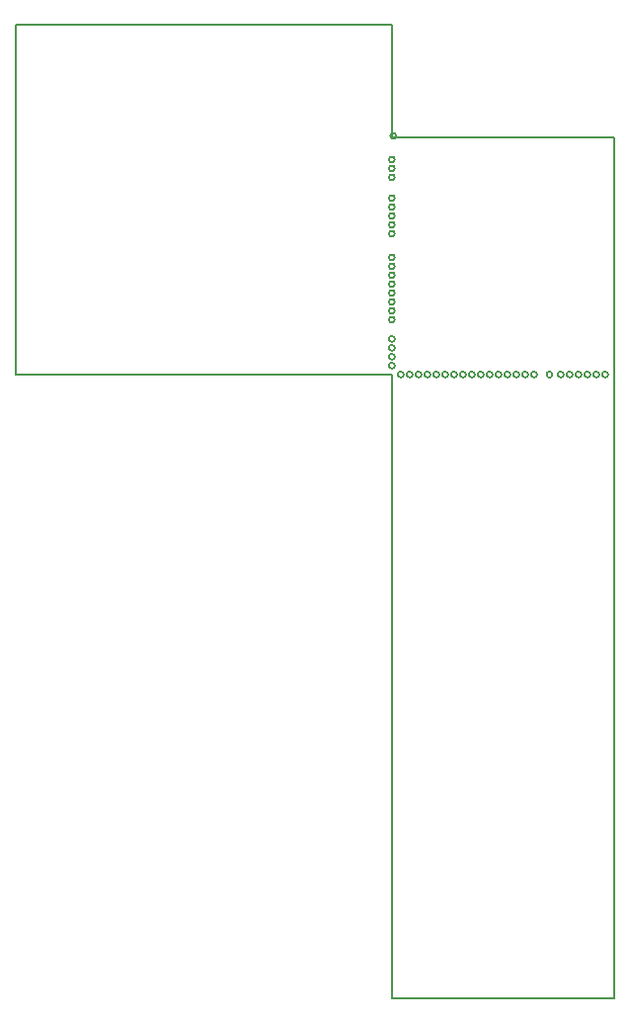
<source format=gbr>
G04 #@! TF.FileFunction,Profile,NP*
%FSLAX46Y46*%
G04 Gerber Fmt 4.6, Leading zero omitted, Abs format (unit mm)*
G04 Created by KiCad (PCBNEW 4.0.7) date 03/27/18 21:31:00*
%MOMM*%
%LPD*%
G01*
G04 APERTURE LIST*
%ADD10C,0.100000*%
%ADD11C,0.150000*%
G04 APERTURE END LIST*
D10*
D11*
X87884000Y-72898000D02*
G75*
G03X87884000Y-72898000I-254000J0D01*
G01*
X87757000Y-74930000D02*
G75*
G03X87757000Y-74930000I-254000J0D01*
G01*
X87757000Y-75692000D02*
G75*
G03X87757000Y-75692000I-254000J0D01*
G01*
X87757000Y-76454000D02*
G75*
G03X87757000Y-76454000I-254000J0D01*
G01*
X87757000Y-78232000D02*
G75*
G03X87757000Y-78232000I-254000J0D01*
G01*
X87757000Y-78994000D02*
G75*
G03X87757000Y-78994000I-254000J0D01*
G01*
X87757000Y-79756000D02*
G75*
G03X87757000Y-79756000I-254000J0D01*
G01*
X87757000Y-80518000D02*
G75*
G03X87757000Y-80518000I-254000J0D01*
G01*
X87757000Y-81280000D02*
G75*
G03X87757000Y-81280000I-254000J0D01*
G01*
X87757000Y-83312000D02*
G75*
G03X87757000Y-83312000I-254000J0D01*
G01*
X87757000Y-84074000D02*
G75*
G03X87757000Y-84074000I-254000J0D01*
G01*
X87757000Y-84836000D02*
G75*
G03X87757000Y-84836000I-254000J0D01*
G01*
X87757000Y-85598000D02*
G75*
G03X87757000Y-85598000I-254000J0D01*
G01*
X87757000Y-86360000D02*
G75*
G03X87757000Y-86360000I-254000J0D01*
G01*
X87757000Y-87122000D02*
G75*
G03X87757000Y-87122000I-254000J0D01*
G01*
X87757000Y-87884000D02*
G75*
G03X87757000Y-87884000I-254000J0D01*
G01*
X87757000Y-88646000D02*
G75*
G03X87757000Y-88646000I-254000J0D01*
G01*
X87757000Y-90297000D02*
G75*
G03X87757000Y-90297000I-254000J0D01*
G01*
X87757000Y-91059000D02*
G75*
G03X87757000Y-91059000I-254000J0D01*
G01*
X87757000Y-91821000D02*
G75*
G03X87757000Y-91821000I-254000J0D01*
G01*
X87757000Y-92583000D02*
G75*
G03X87757000Y-92583000I-254000J0D01*
G01*
X101269800Y-93345000D02*
G75*
G03X101269800Y-93345000I-254000J0D01*
G01*
X87503000Y-63373000D02*
X87503000Y-73025000D01*
X55270400Y-63373000D02*
X87503000Y-63373000D01*
X55270400Y-93345000D02*
X55270400Y-63373000D01*
X87503000Y-93345000D02*
X55270400Y-93345000D01*
X106553000Y-146812000D02*
X87503000Y-146812000D01*
X106045000Y-93345000D02*
G75*
G03X106045000Y-93345000I-254000J0D01*
G01*
X105283000Y-93345000D02*
G75*
G03X105283000Y-93345000I-254000J0D01*
G01*
X104521000Y-93345000D02*
G75*
G03X104521000Y-93345000I-254000J0D01*
G01*
X103759000Y-93345000D02*
G75*
G03X103759000Y-93345000I-254000J0D01*
G01*
X102997000Y-93345000D02*
G75*
G03X102997000Y-93345000I-254000J0D01*
G01*
X102235000Y-93345000D02*
G75*
G03X102235000Y-93345000I-254000J0D01*
G01*
X99949000Y-93345000D02*
G75*
G03X99949000Y-93345000I-254000J0D01*
G01*
X99187000Y-93345000D02*
G75*
G03X99187000Y-93345000I-254000J0D01*
G01*
X98425000Y-93345000D02*
G75*
G03X98425000Y-93345000I-254000J0D01*
G01*
X97663000Y-93345000D02*
G75*
G03X97663000Y-93345000I-254000J0D01*
G01*
X96901000Y-93345000D02*
G75*
G03X96901000Y-93345000I-254000J0D01*
G01*
X96139000Y-93345000D02*
G75*
G03X96139000Y-93345000I-254000J0D01*
G01*
X95377000Y-93345000D02*
G75*
G03X95377000Y-93345000I-254000J0D01*
G01*
X94615000Y-93345000D02*
G75*
G03X94615000Y-93345000I-254000J0D01*
G01*
X93853000Y-93345000D02*
G75*
G03X93853000Y-93345000I-254000J0D01*
G01*
X93091000Y-93345000D02*
G75*
G03X93091000Y-93345000I-254000J0D01*
G01*
X92329000Y-93345000D02*
G75*
G03X92329000Y-93345000I-254000J0D01*
G01*
X91567000Y-93345000D02*
G75*
G03X91567000Y-93345000I-254000J0D01*
G01*
X90805000Y-93345000D02*
G75*
G03X90805000Y-93345000I-254000J0D01*
G01*
X90043000Y-93345000D02*
G75*
G03X90043000Y-93345000I-254000J0D01*
G01*
X89281000Y-93345000D02*
G75*
G03X89281000Y-93345000I-254000J0D01*
G01*
X88519000Y-93345000D02*
G75*
G03X88519000Y-93345000I-254000J0D01*
G01*
X106553000Y-93345000D02*
X106553000Y-94107000D01*
X106553000Y-73025000D02*
X105283000Y-73025000D01*
X87503000Y-146812000D02*
X87503000Y-93345000D01*
X106553000Y-94107000D02*
X106553000Y-146812000D01*
X106553000Y-93345000D02*
X106553000Y-73025000D01*
X87503000Y-73025000D02*
X105283000Y-73025000D01*
M02*

</source>
